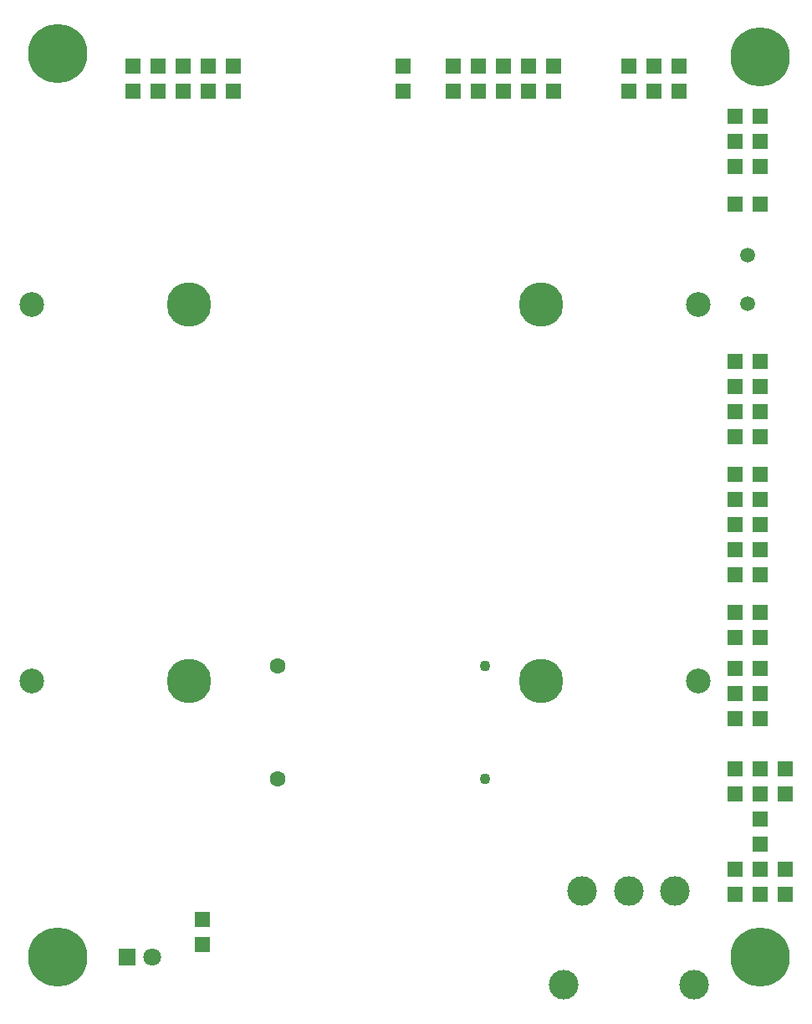
<source format=gbr>
%TF.GenerationSoftware,KiCad,Pcbnew,6.0.4-6f826c9f35~116~ubuntu20.04.1*%
%TF.CreationDate,2022-04-06T13:06:25+00:00*%
%TF.ProjectId,DATALOGGER01A,44415441-4c4f-4474-9745-523031412e6b,REV*%
%TF.SameCoordinates,Original*%
%TF.FileFunction,Soldermask,Top*%
%TF.FilePolarity,Negative*%
%FSLAX46Y46*%
G04 Gerber Fmt 4.6, Leading zero omitted, Abs format (unit mm)*
G04 Created by KiCad (PCBNEW 6.0.4-6f826c9f35~116~ubuntu20.04.1) date 2022-04-06 13:06:25*
%MOMM*%
%LPD*%
G01*
G04 APERTURE LIST*
%ADD10R,1.524000X1.524000*%
%ADD11C,4.500000*%
%ADD12C,2.500000*%
%ADD13C,6.000000*%
%ADD14R,1.800000X1.800000*%
%ADD15C,1.800000*%
%ADD16C,1.501140*%
%ADD17C,3.000000*%
%ADD18C,1.600000*%
%ADD19C,1.100000*%
G04 APERTURE END LIST*
D10*
%TO.C,J26*%
X55245000Y92710000D03*
X55245000Y95250000D03*
%TD*%
D11*
%TO.C,BT1*%
X53995000Y71120000D03*
X18395000Y71120000D03*
D12*
X69945000Y71120000D03*
X2445000Y71120000D03*
%TD*%
D10*
%TO.C,J24*%
X50165000Y92710000D03*
X50165000Y95250000D03*
%TD*%
%TO.C,J4*%
X76200000Y46355000D03*
X73660000Y46355000D03*
%TD*%
%TO.C,J22*%
X47625000Y92710000D03*
X47625000Y95250000D03*
%TD*%
%TO.C,J20*%
X73660000Y57785000D03*
X76200000Y57785000D03*
%TD*%
%TO.C,J17*%
X73660000Y65405000D03*
X76200000Y65405000D03*
%TD*%
%TO.C,J19*%
X73660000Y60325000D03*
X76200000Y60325000D03*
%TD*%
%TO.C,J18*%
X73660000Y62865000D03*
X76200000Y62865000D03*
%TD*%
%TO.C,J1*%
X76200000Y43815000D03*
X73660000Y43815000D03*
%TD*%
%TO.C,J2*%
X76200000Y51435000D03*
X73660000Y51435000D03*
%TD*%
%TO.C,J5*%
X76200000Y53975000D03*
X73660000Y53975000D03*
%TD*%
%TO.C,J6*%
X73660000Y21590000D03*
X73660000Y24130000D03*
X76200000Y21590000D03*
X76200000Y24130000D03*
X78740000Y21590000D03*
X78740000Y24130000D03*
%TD*%
%TO.C,J8*%
X76200000Y81280000D03*
X73660000Y81280000D03*
%TD*%
%TO.C,J9*%
X40005000Y92710000D03*
X40005000Y95250000D03*
%TD*%
%TO.C,J10*%
X76200000Y29210000D03*
X73660000Y29210000D03*
X76200000Y31750000D03*
X73660000Y31750000D03*
X76200000Y34290000D03*
X73660000Y34290000D03*
%TD*%
%TO.C,J11*%
X19685000Y8890000D03*
X19685000Y6350000D03*
%TD*%
%TO.C,J21*%
X73660000Y37465000D03*
X76200000Y37465000D03*
%TD*%
%TO.C,J23*%
X45085000Y92710000D03*
X45085000Y95250000D03*
%TD*%
%TO.C,J25*%
X52705000Y92710000D03*
X52705000Y95250000D03*
%TD*%
%TO.C,J27*%
X65405000Y92710000D03*
X65405000Y95250000D03*
%TD*%
%TO.C,J28*%
X67945000Y92710000D03*
X67945000Y95250000D03*
%TD*%
%TO.C,J29*%
X62865000Y92710000D03*
X62865000Y95250000D03*
%TD*%
%TO.C,J30*%
X73660000Y40005000D03*
X76200000Y40005000D03*
%TD*%
%TO.C,J31*%
X76200000Y85090000D03*
X73660000Y85090000D03*
X76200000Y87630000D03*
X73660000Y87630000D03*
X76200000Y90170000D03*
X73660000Y90170000D03*
%TD*%
D13*
%TO.C,M1*%
X76200000Y5080000D03*
%TD*%
%TO.C,M3*%
X5080000Y96520000D03*
%TD*%
%TO.C,M2*%
X5080000Y5080000D03*
%TD*%
%TO.C,M4*%
X76200000Y96200000D03*
%TD*%
D10*
%TO.C,J32*%
X76200000Y16510000D03*
X76200000Y19050000D03*
%TD*%
%TO.C,J33*%
X73660000Y11430000D03*
X73660000Y13970000D03*
X76200000Y11430000D03*
X76200000Y13970000D03*
X78740000Y11430000D03*
X78740000Y13970000D03*
%TD*%
D11*
%TO.C,BT2*%
X18395000Y33020000D03*
X53995000Y33020000D03*
D12*
X69945000Y33020000D03*
X2445000Y33020000D03*
%TD*%
D14*
%TO.C,D3*%
X12065000Y5080000D03*
D15*
X14605000Y5080000D03*
%TD*%
D10*
%TO.C,J3*%
X76200000Y48895000D03*
X73660000Y48895000D03*
%TD*%
D16*
%TO.C,Y1*%
X74930000Y76100940D03*
X74930000Y71219060D03*
%TD*%
D10*
%TO.C,J12*%
X12700000Y92710000D03*
X12700000Y95250000D03*
%TD*%
%TO.C,J16*%
X22860000Y92710000D03*
X22860000Y95250000D03*
%TD*%
%TO.C,J15*%
X20320000Y92710000D03*
X20320000Y95250000D03*
%TD*%
%TO.C,J14*%
X17780000Y92710000D03*
X17780000Y95250000D03*
%TD*%
%TO.C,J13*%
X15240000Y92710000D03*
X15240000Y95250000D03*
%TD*%
D17*
%TO.C,SW1*%
X58165000Y11816000D03*
X62865000Y11816000D03*
X67565000Y11816000D03*
X56260000Y2286000D03*
X69470000Y2286000D03*
%TD*%
D18*
%TO.C,J7*%
X27330000Y34575000D03*
D19*
X48330000Y34575000D03*
%TD*%
D18*
%TO.C,J34*%
X27330000Y23145000D03*
D19*
X48330000Y23145000D03*
%TD*%
M02*

</source>
